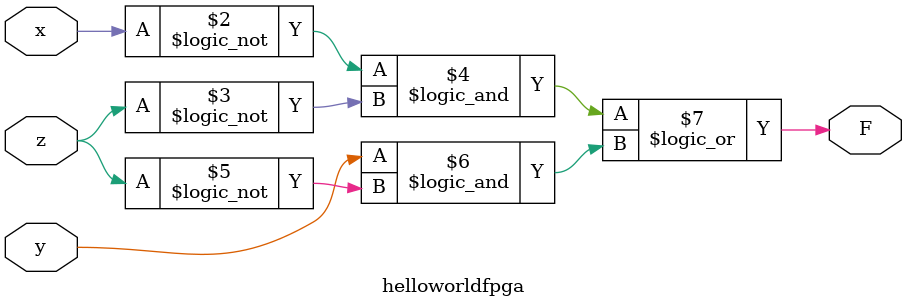
<source format=v>
module helloworldfpga (
    input wire x,
    input wire y,
    input wire z,
    output wire F
);
always @(*)
begin
    F = (!x && !z) || (y && !z);
end
endmodule

</source>
